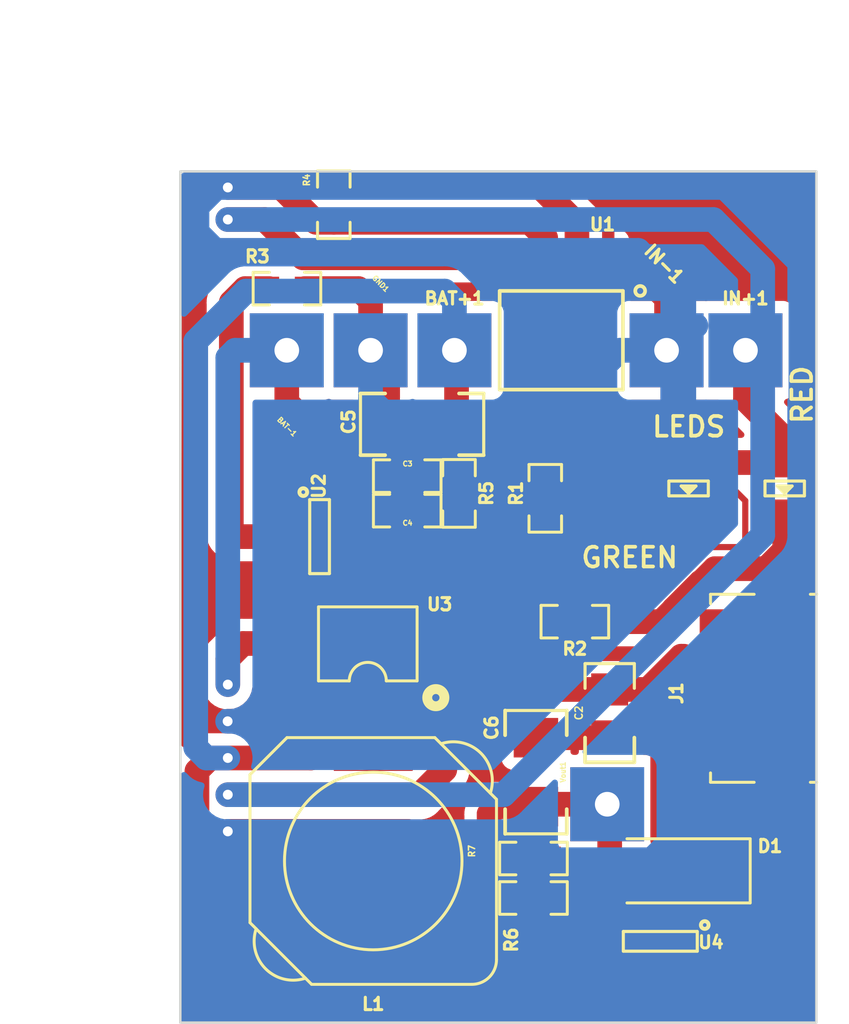
<source format=kicad_pcb>
(kicad_pcb (version 20221018) (generator pcbnew)
  (layers (0 "F.Cu" signal) (31 "B.Cu" signal) (34 "B.Paste" user) (35 "F.Paste" user) (36 "B.SilkS" user "B.Silkscreen") (37 "F.SilkS" user "F.Silkscreen") (38 "B.Mask" user) (39 "F.Mask" user) (44 "Edge.Cuts" user))
  (net 0 "")
  (net 1 "/OUT_BAT")
  (net 2 "Net-(U2-GND)")
  (net 3 "Net-(J1-GND)")
  (net 4 "GND")
  (net 5 "Net-(D1-K)")
  (net 6 "Net-(D1-A)")
  (net 10 "Net-(LED1-K)")
  (net 11 "Net-(LED2-K)")
  (net 12 "Net-(U1-STDBY)")
  (net 13 "Net-(U1-CHRG)")
  (net 14 "Net-(U2-CS)")
  (net 15 "Net-(U1-PROG)")
  (net 16 "Net-(U2-VCC)")
  (net 17 "Net-(U4-FB)")
  (net 18 "Net-(U2-OD)")
  (net 19 "/5")
  (footprint "MacroLib:DO-214AB" (layer "F.Cu") (at 115.592858 67.3 180)
    (fp_text reference "D1" (at -4.5 1) (layer "F.SilkS") (effects (font (size 0.5 0.5) (thickness 0.125))))
    (fp_text value "Ss34" hide)
    (fp_line (start -3.7 -1.3) (end 1.3 -1.3) (stroke (width 0.12)) (layer "F.SilkS"))
    (fp_line (start -3.7 1.3) (end -3.7 -1.3) (stroke (width 0.12)) (layer "F.SilkS"))
    (fp_line (start 1.3 1.3) (end -3.7 1.3) (stroke (width 0.12)) (layer "F.SilkS"))
    (pad "1" smd rect (at -2 0 180) (size 2.5 1.62) (layers "F.Cu" "F.Paste" "F.Mask") (net 6 "Net-(D1-A)"))
    (pad "2" smd rect (at 2 0 180) (size 2.5 1.62) (layers "F.Cu" "F.Paste" "F.Mask") (net 5 "Net-(D1-K)"))
  )
  (footprint "MacroLib:CDRH104R" (layer "F.Cu") (at 104 66.9)
    (fp_text reference "L1" (at 0 5.8) (layer "F.SilkS") (effects (font (size 0.5 0.5) (thickness 0.125))))
    (fp_text value "22uH" hide)
    (fp_line (start -5 -3.5) (end -5 2.5) (stroke (width 0.12)) (layer "F.SilkS"))
    (fp_line (start -5 -3.5) (end -3.5 -5) (stroke (width 0.12)) (layer "F.SilkS"))
    (fp_line (start -5 2.5) (end -2.5 5) (stroke (width 0.12)) (layer "F.SilkS"))
    (fp_line (start -2.5 5) (end 4 5) (stroke (width 0.12)) (layer "F.SilkS"))
    (fp_line (start 2.5 -5) (end -3.5 -5) (stroke (width 0.12)) (layer "F.SilkS"))
    (fp_line (start 2.5 -5) (end 5 -2.5) (stroke (width 0.12)) (layer "F.SilkS"))
    (fp_line (start 5 4) (end 5 -2.5) (stroke (width 0.12)) (layer "F.SilkS"))
    (fp_arc (start -2.75 4.75) (mid -4.368034 4.368034) (end -4.75 2.75) (stroke (width 0.12)) (layer "F.SilkS"))
    (fp_arc (start 2.75 -4.75) (mid 4.368034 -4.368034) (end 4.75 -2.75) (stroke (width 0.12)) (layer "F.SilkS"))
    (fp_arc (start 5 4) (mid 4.707107 4.707107) (end 4 5) (stroke (width 0.12)) (layer "F.SilkS"))
    (fp_circle (center 0 0) (end -0.05 3.6) (stroke (width 0.12)) (fill none) (layer "F.SilkS"))
    (pad "1" smd rect (at 0 -4.45) (size 3.2 1.6) (layers "F.Cu" "F.Paste" "F.Mask") (net 1 "/OUT_BAT"))
    (pad "2" smd rect (at 0 4.45) (size 3.2 1.6) (layers "F.Cu" "F.Paste" "F.Mask") (net 6 "Net-(D1-A)"))
  )
  (footprint "MacroLib:R_0603" (layer "F.Cu") (at 110.979132 52.2 90)
    (fp_text reference "R1" (at 0.2 -1.186274 90) (layer "F.SilkS") (effects (font (size 0.5 0.5) (thickness 0.125))))
    (fp_text value "1K" hide)
    (fp_line (start -1.3716 -0.6604) (end -1.3716 0.6604) (stroke (width 0.12)) (layer "F.SilkS"))
    (fp_line (start -1.3716 0.6604) (end -0.7112 0.6604) (stroke (width 0.12)) (layer "F.SilkS"))
    (fp_line (start -0.7112 -0.6604) (end -1.3716 -0.6604) (stroke (width 0.12)) (layer "F.SilkS"))
    (fp_line (start 0.7112 0.6604) (end 1.3716 0.6604) (stroke (width 0.12)) (layer "F.SilkS"))
    (fp_line (start 1.3716 -0.6604) (end 0.7112 -0.6604) (stroke (width 0.12)) (layer "F.SilkS"))
    (fp_line (start 1.3716 0.6604) (end 1.3716 -0.6604) (stroke (width 0.12)) (layer "F.SilkS"))
    (pad "1" smd rect (at -0.7112 0 90) (size 0.7874 0.9652) (layers "F.Cu" "F.Paste" "F.Mask") (net 10 "Net-(LED1-K)"))
    (pad "2" smd rect (at 0.7112 0 90) (size 0.7874 0.9652) (layers "F.Cu" "F.Paste" "F.Mask") (net 12 "Net-(U1-STDBY)"))
  )
  (footprint "MacroLib:ESOP-8" (layer "F.Cu") (at 111.629132 45.7935 180)
    (fp_text reference "U1" (at -1.670868 4.6935 180) (layer "F.SilkS") (effects (font (size 0.5 0.5) (thickness 0.125))))
    (fp_text value "TP4056" hide)
    (fp_line (start -2.5 -2) (end -2.5 2) (stroke (width 0.15)) (layer "F.SilkS"))
    (fp_line (start -2.5 2) (end 2.5 2) (stroke (width 0.15)) (layer "F.SilkS"))
    (fp_line (start 2.5 -2) (end -2.5 -2) (stroke (width 0.15)) (layer "F.SilkS"))
    (fp_line (start 2.5 -2) (end 2.5 2) (stroke (width 0.15)) (layer "F.SilkS"))
    (fp_circle (center -3.2 2) (end -3 2) (stroke (width 0.15)) (fill none) (layer "F.SilkS"))
    (pad "" smd rect (at 0 0 180) (size 3.302 2.413) (layers "F.Cu" "F.Paste" "F.Mask"))
    (pad "1" smd rect (at -1.905 3 180) (size 0.7112 2) (layers "F.Cu" "F.Paste" "F.Mask") (net 4 "GND"))
    (pad "2" smd rect (at -0.635 3 180) (size 0.7112 2) (layers "F.Cu" "F.Paste" "F.Mask") (net 15 "Net-(U1-PROG)"))
    (pad "3" smd rect (at 0.635 3 180) (size 0.7112 2) (layers "F.Cu" "F.Paste" "F.Mask") (net 4 "GND"))
    (pad "4" smd rect (at 1.905 3 180) (size 0.7112 2) (layers "F.Cu" "F.Paste" "F.Mask") (net 3 "Net-(J1-GND)"))
    (pad "5" smd rect (at 1.905 -3) (size 0.7112 2) (layers "F.Cu" "F.Paste" "F.Mask") (net 1 "/OUT_BAT"))
    (pad "6" smd rect (at 0.635 -3) (size 0.7112 2) (layers "F.Cu" "F.Paste" "F.Mask") (net 12 "Net-(U1-STDBY)"))
    (pad "7" smd rect (at -0.635 -3) (size 0.7112 2) (layers "F.Cu" "F.Paste" "F.Mask") (net 13 "Net-(U1-CHRG)"))
    (pad "8" smd rect (at -1.905 -3) (size 0.7112 2) (layers "F.Cu" "F.Paste" "F.Mask") (net 3 "Net-(J1-GND)"))
  )
  (footprint "MacroLib:Clable" (layer "F.Cu") (at 107.292858 46.2)
    (fp_text reference "BAT+1" (at 0.007142 -2.1) (layer "F.SilkS") (effects (font (size 0.5 0.5) (thickness 0.125))))
    (fp_text value "MountingHole_Pad" hide)
    (pad "1" thru_hole rect (at 0 0) (size 3 3) (drill 1) (layers "*.Cu" "*.Mask") (net 1 "/OUT_BAT"))
  )
  (footprint "MacroLib:R_0603" (layer "F.Cu") (at 112.179132 57.2 180)
    (fp_text reference "R2" (at 0 -1.1) (layer "F.SilkS") (effects (font (size 0.5 0.5) (thickness 0.125))))
    (fp_text value "1K	" hide)
    (fp_line (start -1.3716 -0.6604) (end -1.3716 0.6604) (stroke (width 0.12)) (layer "F.SilkS"))
    (fp_line (start -1.3716 0.6604) (end -0.7112 0.6604) (stroke (width 0.12)) (layer "F.SilkS"))
    (fp_line (start -0.7112 -0.6604) (end -1.3716 -0.6604) (stroke (width 0.12)) (layer "F.SilkS"))
    (fp_line (start 0.7112 0.6604) (end 1.3716 0.6604) (stroke (width 0.12)) (layer "F.SilkS"))
    (fp_line (start 1.3716 -0.6604) (end 0.7112 -0.6604) (stroke (width 0.12)) (layer "F.SilkS"))
    (fp_line (start 1.3716 0.6604) (end 1.3716 -0.6604) (stroke (width 0.12)) (layer "F.SilkS"))
    (pad "1" smd rect (at -0.7112 0 180) (size 0.7874 0.9652) (layers "F.Cu" "F.Paste" "F.Mask") (net 11 "Net-(LED2-K)"))
    (pad "2" smd rect (at 0.7112 0 180) (size 0.7874 0.9652) (layers "F.Cu" "F.Paste" "F.Mask") (net 13 "Net-(U1-CHRG)"))
  )
  (footprint "MacroLib:SOT-23-6" (layer "F.Cu") (at 115.645358 70.15664 180)
    (fp_text reference "U4" (at -2.054642 -0.04336) (layer "F.SilkS") (effects (font (size 0.5 0.5) (thickness 0.12))))
    (fp_text value "MT3608" hide)
    (fp_line (start -1.5 -0.4) (end 1.4972 -0.4) (stroke (width 0.127)) (layer "F.SilkS"))
    (fp_line (start -1.5 0.4) (end -1.5 -0.4) (stroke (width 0.127)) (layer "F.SilkS"))
    (fp_line (start 1.5 -0.4) (end 1.5 0.4) (stroke (width 0.127)) (layer "F.SilkS"))
    (fp_line (start 1.5 0.4) (end -1.4972 0.4) (stroke (width 0.127)) (layer "F.SilkS"))
    (fp_circle (center -1.8034 0.6604) (end -1.7272 0.6604) (stroke (width 0.16)) (fill none) (layer "F.SilkS"))
    (pad "1" smd rect (at -0.9525 1.05664 180) (size 0.59944 1.00076) (layers "F.Cu" "F.Paste" "F.Mask") (net 6 "Net-(D1-A)"))
    (pad "2" smd rect (at 0 1.05664 180) (size 0.59944 1.00076) (layers "F.Cu" "F.Paste" "F.Mask") (net 4 "GND"))
    (pad "3" smd rect (at 0.9525 1.05664 180) (size 0.59944 1.00076) (layers "F.Cu" "F.Paste" "F.Mask") (net 17 "Net-(U4-FB)"))
    (pad "4" smd rect (at 0.9525 -1.05664 180) (size 0.59944 1.00076) (layers "F.Cu" "F.Paste" "F.Mask") (net 1 "/OUT_BAT"))
    (pad "5" smd rect (at -0.0127 -1.05664 180) (size 0.59944 1.00076) (layers "F.Cu" "F.Paste" "F.Mask") (net 1 "/OUT_BAT"))
    (pad "6" smd rect (at -0.9525 -1.05664 180) (size 0.59944 1.00076) (layers "F.Cu" "F.Paste" "F.Mask"))
  )
  (footprint "MacroLib:Clable" (layer "F.Cu") (at 100.492858 46.2)
    (fp_text reference "BAT-1" (at 0.007142 3.1 315) (layer "F.SilkS") (effects (font (size 0.2 0.2) (thickness 0.05))))
    (fp_text value "MountingHole_Pad" hide)
    (pad "1" thru_hole rect (at 0 0) (size 3 3) (drill 1) (layers "*.Cu" "*.Mask") (net 2 "Net-(U2-GND)"))
  )
  (footprint "MacroLib:R_0603" (layer "F.Cu") (at 102.4 40.3 -90)
    (fp_text reference "R4" (at -1 1.1 90) (layer "F.SilkS") (effects (font (size 0.25 0.25) (thickness 0.0625))))
    (fp_text value "2K" hide)
    (fp_line (start -1.3716 -0.6604) (end -1.3716 0.6604) (stroke (width 0.12)) (layer "F.SilkS"))
    (fp_line (start -1.3716 0.6604) (end -0.7112 0.6604) (stroke (width 0.12)) (layer "F.SilkS"))
    (fp_line (start -0.7112 -0.6604) (end -1.3716 -0.6604) (stroke (width 0.12)) (layer "F.SilkS"))
    (fp_line (start 0.7112 0.6604) (end 1.3716 0.6604) (stroke (width 0.12)) (layer "F.SilkS"))
    (fp_line (start 1.3716 -0.6604) (end 0.7112 -0.6604) (stroke (width 0.12)) (layer "F.SilkS"))
    (fp_line (start 1.3716 0.6604) (end 1.3716 -0.6604) (stroke (width 0.12)) (layer "F.SilkS"))
    (pad "1" smd rect (at -0.7112 0 270) (size 0.7874 0.9652) (layers "F.Cu" "F.Paste" "F.Mask") (net 15 "Net-(U1-PROG)"))
    (pad "2" smd rect (at 0.7112 0 270) (size 0.7874 0.9652) (layers "F.Cu" "F.Paste" "F.Mask") (net 4 "GND"))
  )
  (footprint "MacroLib:R_0603" (layer "F.Cu") (at 110.5 68.4 180)
    (fp_text reference "R6" (at 0.9 -1.7 90) (layer "F.SilkS") (effects (font (size 0.5 0.5) (thickness 0.125))))
    (fp_text value "1K" hide)
    (fp_line (start -1.3716 -0.6604) (end -1.3716 0.6604) (stroke (width 0.12)) (layer "F.SilkS"))
    (fp_line (start -1.3716 0.6604) (end -0.7112 0.6604) (stroke (width 0.12)) (layer "F.SilkS"))
    (fp_line (start -0.7112 -0.6604) (end -1.3716 -0.6604) (stroke (width 0.12)) (layer "F.SilkS"))
    (fp_line (start 0.7112 0.6604) (end 1.3716 0.6604) (stroke (width 0.12)) (layer "F.SilkS"))
    (fp_line (start 1.3716 -0.6604) (end 0.7112 -0.6604) (stroke (width 0.12)) (layer "F.SilkS"))
    (fp_line (start 1.3716 0.6604) (end 1.3716 -0.6604) (stroke (width 0.12)) (layer "F.SilkS"))
    (pad "1" smd rect (at -0.7112 0 180) (size 0.7874 0.9652) (layers "F.Cu" "F.Paste" "F.Mask") (net 17 "Net-(U4-FB)"))
    (pad "2" smd rect (at 0.7112 0 180) (size 0.7874 0.9652) (layers "F.Cu" "F.Paste" "F.Mask") (net 4 "GND"))
  )
  (footprint "MacroLib:TSSOP-8" (layer "F.Cu") (at 103.779132 58.1 90)
    (fp_text reference "U3" (at 1.6 2.913726) (layer "F.SilkS") (effects (font (size 0.5 0.5) (thickness 0.125))))
    (fp_text value "FS8205A" hide)
    (fp_line (start -1.5 -2) (end 1.5 -2) (stroke (width 0.12)) (layer "F.SilkS"))
    (fp_line (start -1.5 -0.75) (end -1.5 -2) (stroke (width 0.12)) (layer "F.SilkS"))
    (fp_line (start -1.5 0.75) (end -1.5 2) (stroke (width 0.12)) (layer "F.SilkS"))
    (fp_line (start 1.5 -2) (end 1.5 2) (stroke (width 0.12)) (layer "F.SilkS"))
    (fp_line (start 1.5 2) (end -1.5 2) (stroke (width 0.12)) (layer "F.SilkS"))
    (fp_arc (start -1.5 -0.75) (mid -0.75 0) (end -1.5 0.75) (stroke (width 0.12)) (layer "F.SilkS"))
    (fp_circle (center -2.18 2.76) (end -2.031339 2.76) (stroke (width 0.4)) (fill none) (layer "F.SilkS"))
    (pad "1" smd rect (at -0.975 2.97 90) (size 0.42 1.78) (layers "F.Cu" "F.Paste" "F.Mask"))
    (pad "2" smd rect (at -0.325 2.97 90) (size 0.42 1.78) (layers "F.Cu" "F.Paste" "F.Mask") (net 4 "GND"))
    (pad "3" smd rect (at 0.325 2.97 90) (size 0.42 1.78) (layers "F.Cu" "F.Paste" "F.Mask") (net 4 "GND"))
    (pad "4" smd rect (at 0.975 2.97 90) (size 0.42 1.78) (layers "F.Cu" "F.Paste" "F.Mask") (net 18 "Net-(U2-OD)"))
    (pad "5" smd rect (at 0.975 -2.97 90) (size 0.42 1.78) (layers "F.Cu" "F.Paste" "F.Mask") (net 19 "/5"))
    (pad "6" smd rect (at 0.325 -2.97 90) (size 0.42 1.78) (layers "F.Cu" "F.Paste" "F.Mask") (net 2 "Net-(U2-GND)"))
    (pad "7" smd rect (at -0.325 -2.97 90) (size 0.42 1.78) (layers "F.Cu" "F.Paste" "F.Mask") (net 2 "Net-(U2-GND)"))
    (pad "8" smd rect (at -0.975 -2.97 90) (size 0.42 1.78) (layers "F.Cu" "F.Paste" "F.Mask"))
  )
  (footprint "MacroLib:SOT-23-6" (layer "F.Cu") (at 101.822492 53.7525 -90)
    (fp_text reference "U2" (at -2.0525 0.029634 90) (layer "F.SilkS") (effects (font (size 0.5 0.5) (thickness 0.12))))
    (fp_text value "DW01A")
    (fp_line (start -1.5 -0.4) (end 1.4972 -0.4) (stroke (width 0.127)) (layer "F.SilkS"))
    (fp_line (start -1.5 0.4) (end -1.5 -0.4) (stroke (width 0.127)) (layer "F.SilkS"))
    (fp_line (start 1.5 -0.4) (end 1.5 0.4) (stroke (width 0.127)) (layer "F.SilkS"))
    (fp_line (start 1.5 0.4) (end -1.4972 0.4) (stroke (width 0.127)) (layer "F.SilkS"))
    (fp_circle (center -1.8034 0.6604) (end -1.7272 0.6604) (stroke (width 0.16)) (fill none) (layer "F.SilkS"))
    (pad "1" smd rect (at -0.9525 1.05664 270) (size 0.59944 1.00076) (layers "F.Cu" "F.Paste" "F.Mask") (net 18 "Net-(U2-OD)"))
    (pad "2" smd rect (at 0 1.05664 270) (size 0.59944 1.00076) (layers "F.Cu" "F.Paste" "F.Mask") (net 14 "Net-(U2-CS)"))
    (pad "3" smd rect (at 0.9525 1.05664 270) (size 0.59944 1.00076) (layers "F.Cu" "F.Paste" "F.Mask") (net 19 "/5"))
    (pad "4" smd rect (at 0.9525 -1.05664 270) (size 0.59944 1.00076) (layers "F.Cu" "F.Paste" "F.Mask"))
    (pad "5" smd rect (at -0.0127 -1.05664 270) (size 0.59944 1.00076) (layers "F.Cu" "F.Paste" "F.Mask") (net 16 "Net-(U2-VCC)"))
    (pad "6" smd rect (at -0.9525 -1.05664 270) (size 0.59944 1.00076) (layers "F.Cu" "F.Paste" "F.Mask") (net 2 "Net-(U2-GND)"))
  )
  (footprint "MacroLib:C_0603" (layer "F.Cu") (at 105.379132 52.7 180)
    (fp_text reference "C4" (at -0.013726 -0.5) (layer "F.SilkS") (effects (font (size 0.2 0.2) (thickness 0.05))))
    (fp_text value "100nF" hide)
    (fp_line (start -1.3716 -0.6604) (end -1.3716 0.6604) (stroke (width 0.12)) (layer "F.SilkS"))
    (fp_line (start -1.3716 0.6604) (end -0.7112 0.6604) (stroke (width 0.12)) (layer "F.SilkS"))
    (fp_line (start -0.7112 -0.6604) (end -1.3716 -0.6604) (stroke (width 0.12)) (layer "F.SilkS"))
    (fp_line (start 0.7112 0.6604) (end 1.3716 0.6604) (stroke (width 0.12)) (layer "F.SilkS"))
    (fp_line (start 1.3716 -0.6604) (end 0.7112 -0.6604) (stroke (width 0.12)) (layer "F.SilkS"))
    (fp_line (start 1.3716 0.6604) (end 1.3716 -0.6604) (stroke (width 0.12)) (layer "F.SilkS"))
    (pad "1" smd rect (at -0.7112 0 180) (size 0.7874 0.9652) (layers "F.Cu" "F.Paste" "F.Mask") (net 1 "/OUT_BAT"))
    (pad "2" smd rect (at 0.7112 0 180) (size 0.7874 0.9652) (layers "F.Cu" "F.Paste" "F.Mask") (net 2 "Net-(U2-GND)"))
  )
  (footprint "EESTN5:Led_0805" (layer "F.Cu") (at 116.792858 51.8 -90)
    (fp_text reference "LEDS" (at -2.5 -0.007142 -180) (layer "F.SilkS") (effects (font (size 0.8001 0.8001) (thickness 0.14986))))
    (fp_text value "GREEN" (at 2.8 2.392858) (layer "F.SilkS") (effects (font (size 0.8001 0.8001) (thickness 0.14986))))
    (fp_line (start -0.3 -0.8) (end 0.3 -0.8) (stroke (width 0.127)) (layer "F.SilkS"))
    (fp_line (start -0.29972 -0.8001) (end -0.29972 0.8001) (stroke (width 0.127)) (layer "F.SilkS"))
    (fp_line (start -0.09906 -0.29972) (end -0.09906 0.29972) (stroke (width 0.127)) (layer "F.SilkS"))
    (fp_line (start -0.09906 0.29972) (end 0.20066 0) (stroke (width 0.127)) (layer "F.SilkS"))
    (fp_line (start 0 -0.20066) (end 0 0.20066) (stroke (width 0.127)) (layer "F.SilkS"))
    (fp_line (start 0.09906 0.09906) (end 0.09906 -0.09906) (stroke (width 0.127)) (layer "F.SilkS"))
    (fp_line (start 0.20066 0) (end -0.09906 -0.29972) (stroke (width 0.127)) (layer "F.SilkS"))
    (fp_line (start 0.29972 0.8001) (end 0.29972 -0.8001) (stroke (width 0.127)) (layer "F.SilkS"))
    (fp_line (start 0.3 0.8) (end -0.3 0.8) (stroke (width 0.127)) (layer "F.SilkS"))
    (pad "1" smd rect (at -1.04902 0 270) (size 1.19888 1.19888) (layers "F.Cu" "F.Paste" "F.Mask") (net 3 "Net-(J1-GND)"))
    (pad "2" smd rect (at 1.04902 0 270) (size 1.19888 1.19888) (layers "F.Cu" "F.Paste" "F.Mask") (net 10 "Net-(LED1-K)"))
  )
  (footprint "MacroLib:R_0603" (layer "F.Cu") (at 110.5 66.8)
    (fp_text reference "R7" (at -2.5 -0.3 90) (layer "F.SilkS") (effects (font (size 0.25 0.25) (thickness 0.0625))))
    (fp_text value "Rset" hide)
    (fp_line (start -1.3716 -0.6604) (end -1.3716 0.6604) (stroke (width 0.12)) (layer "F.SilkS"))
    (fp_line (start -1.3716 0.6604) (end -0.7112 0.6604) (stroke (width 0.12)) (layer "F.SilkS"))
    (fp_line (start -0.7112 -0.6604) (end -1.3716 -0.6604) (stroke (width 0.12)) (layer "F.SilkS"))
    (fp_line (start 0.7112 0.6604) (end 1.3716 0.6604) (stroke (width 0.12)) (layer "F.SilkS"))
    (fp_line (start 1.3716 -0.6604) (end 0.7112 -0.6604) (stroke (width 0.12)) (layer "F.SilkS"))
    (fp_line (start 1.3716 0.6604) (end 1.3716 -0.6604) (stroke (width 0.12)) (layer "F.SilkS"))
    (pad "1" smd rect (at -0.7112 0) (size 0.7874 0.9652) (layers "F.Cu" "F.Paste" "F.Mask") (net 5 "Net-(D1-K)"))
    (pad "2" smd rect (at 0.7112 0) (size 0.7874 0.9652) (layers "F.Cu" "F.Paste" "F.Mask") (net 17 "Net-(U4-FB)"))
  )
  (footprint "MacroLib:R_0603" (layer "F.Cu") (at 107.479132 52 90)
    (fp_text reference "R5" (at 0 1.113726 90) (layer "F.SilkS") (effects (font (size 0.5 0.5) (thickness 0.125))))
    (fp_text value "100" hide)
    (fp_line (start -1.3716 -0.6604) (end -1.3716 0.6604) (stroke (width 0.12)) (layer "F.SilkS"))
    (fp_line (start -1.3716 0.6604) (end -0.7112 0.6604) (stroke (width 0.12)) (layer "F.SilkS"))
    (fp_line (start -0.7112 -0.6604) (end -1.3716 -0.6604) (stroke (width 0.12)) (layer "F.SilkS"))
    (fp_line (start 0.7112 0.6604) (end 1.3716 0.6604) (stroke (width 0.12)) (layer "F.SilkS"))
    (fp_line (start 1.3716 -0.6604) (end 0.7112 -0.6604) (stroke (width 0.12)) (layer "F.SilkS"))
    (fp_line (start 1.3716 0.6604) (end 1.3716 -0.6604) (stroke (width 0.12)) (layer "F.SilkS"))
    (pad "1" smd rect (at -0.7112 0 90) (size 0.7874 0.9652) (layers "F.Cu" "F.Paste" "F.Mask") (net 16 "Net-(U2-VCC)"))
    (pad "2" smd rect (at 0.7112 0 90) (size 0.7874 0.9652) (layers "F.Cu" "F.Paste" "F.Mask") (net 1 "/OUT_BAT"))
  )
  (footprint "MacroLib:C_0603" (layer "F.Cu") (at 105.379132 51.3 180)
    (fp_text reference "C3" (at -0.013726 0.5) (layer "F.SilkS") (effects (font (size 0.2 0.2) (thickness 0.05))))
    (fp_text value "10uF" hide)
    (fp_line (start -1.3716 -0.6604) (end -1.3716 0.6604) (stroke (width 0.12)) (layer "F.SilkS"))
    (fp_line (start -1.3716 0.6604) (end -0.7112 0.6604) (stroke (width 0.12)) (layer "F.SilkS"))
    (fp_line (start -0.7112 -0.6604) (end -1.3716 -0.6604) (stroke (width 0.12)) (layer "F.SilkS"))
    (fp_line (start 0.7112 0.6604) (end 1.3716 0.6604) (stroke (width 0.12)) (layer "F.SilkS"))
    (fp_line (start 1.3716 -0.6604) (end 0.7112 -0.6604) (stroke (width 0.12)) (layer "F.SilkS"))
    (fp_line (start 1.3716 0.6604) (end 1.3716 -0.6604) (stroke (width 0.12)) (layer "F.SilkS"))
    (pad "1" smd rect (at -0.7112 0 180) (size 0.7874 0.9652) (layers "F.Cu" "F.Paste" "F.Mask") (net 1 "/OUT_BAT"))
    (pad "2" smd rect (at 0.7112 0 180) (size 0.7874 0.9652) (layers "F.Cu" "F.Paste" "F.Mask") (net 4 "GND"))
  )
  (footprint "EESTN5:C_1206" (layer "F.Cu") (at 110.6 63.3 -90)
    (fp_text reference "C6" (at -1.8 1.8 -90) (layer "F.SilkS") (effects (font (size 0.5 0.5) (thickness 0.125))))
    (fp_text value "22uF" hide)
    (fp_line (start -2.5 -1.25) (end -2.5 1.25) (stroke (width 0.127)) (layer "F.SilkS"))
    (fp_line (start -1.5 -1.25) (end -2.5 -1.25) (stroke (width 0.15)) (layer "F.SilkS"))
    (fp_line (start -1.5 1.25) (end -2.5 1.25) (stroke (width 0.15)) (layer "F.SilkS"))
    (fp_line (start 1.5 -1.25) (end 2.5 -1.25) (stroke (width 0.15)) (layer "F.SilkS"))
    (fp_line (start 1.5 1.25) (end 2.5 1.25) (stroke (width 0.15)) (layer "F.SilkS"))
    (fp_line (start 2.5 1.25) (end 2.5 -1.25) (stroke (width 0.127)) (layer "F.SilkS"))
    (pad "1" smd rect (at 1.397 0 270) (size 1.6002 1.8034) (layers "F.Cu" "F.Paste" "F.Mask") (net 5 "Net-(D1-K)"))
    (pad "2" smd rect (at -1.397 0 270) (size 1.6002 1.8034) (layers "F.Cu" "F.Paste" "F.Mask") (net 4 "GND"))
  )
  (footprint "MacroLib:Clable" (layer "F.Cu") (at 115.9 46.2)
    (fp_text reference "IN-1" (at -0.1 -3.5 315) (layer "F.SilkS") (effects (font (size 0.5 0.5) (thickness 0.125))))
    (fp_text value "MountingHole_Pad" hide)
    (pad "1" thru_hole rect (at 0 0) (size 3 3) (drill 1) (layers "*.Cu" "*.Mask") (net 4 "GND"))
  )
  (footprint "MacroLib:Clable" (layer "F.Cu") (at 113.492858 64.6)
    (fp_text reference "Vout1" (at -1.792858 -1.3 90) (layer "F.SilkS") (effects (font (size 0.2 0.2) (thickness 0.05))))
    (fp_text value "MountingHole_Pad" hide)
    (pad "1" thru_hole rect (at 0 0) (size 3 3) (drill 1) (layers "*.Cu" "*.Mask") (net 5 "Net-(D1-K)"))
  )
  (footprint "EESTN5:C_0805" (layer "F.Cu") (at 113.592858 60.9 90)
    (fp_text reference "C2" (at 0 -1.25 90) (layer "F.SilkS") (effects (font (size 0.29972 0.29972) (thickness 0.06096))))
    (fp_text value "10uF" hide)
    (fp_line (start -2 -1) (end -2 1) (stroke (width 0.15)) (layer "F.SilkS"))
    (fp_line (start -2 1) (end -1 1) (stroke (width 0.15)) (layer "F.SilkS"))
    (fp_line (start -1 -1) (end -2 -1) (stroke (width 0.15)) (layer "F.SilkS"))
    (fp_line (start 1 -1) (end 2 -1) (stroke (width 0.127)) (layer "F.SilkS"))
    (fp_line (start 2 -1) (end 2 1) (stroke (width 0.127)) (layer "F.SilkS"))
    (fp_line (start 2 1) (end 1 1) (stroke (width 0.127)) (layer "F.SilkS"))
    (pad "1" smd rect (at 0.9525 0 90) (size 1.30048 1.4986) (layers "F.Cu" "F.Paste" "F.Mask") (net 3 "Net-(J1-GND)"))
    (pad "2" smd rect (at -0.9525 0 90) (size 1.30048 1.4986) (layers "F.Cu" "F.Paste" "F.Mask") (net 4 "GND"))
  )
  (footprint "MacroLib:R_0603" (layer "F.Cu") (at 100.5 43.7)
    (fp_text reference "R3" (at -1.2 -1.3) (layer "F.SilkS") (effects (font (size 0.5 0.5) (thickness 0.125))))
    (fp_text value "1K" hide)
    (fp_line (start -1.3716 -0.6604) (end -1.3716 0.6604) (stroke (width 0.12)) (layer "F.SilkS"))
    (fp_line (start -1.3716 0.6604) (end -0.7112 0.6604) (stroke (width 0.12)) (layer "F.SilkS"))
    (fp_line (start -0.7112 -0.6604) (end -1.3716 -0.6604) (stroke (width 0.12)) (layer "F.SilkS"))
    (fp_line (start 0.7112 0.6604) (end 1.3716 0.6604) (stroke (width 0.12)) (layer "F.SilkS"))
    (fp_line (start 1.3716 -0.6604) (end 0.7112 -0.6604) (stroke (width 0.12)) (layer "F.SilkS"))
    (fp_line (start 1.3716 0.6604) (end 1.3716 -0.6604) (stroke (width 0.12)) (layer "F.SilkS"))
    (pad "1" smd rect (at -0.7112 0) (size 0.7874 0.9652) (layers "F.Cu" "F.Paste" "F.Mask") (net 14 "Net-(U2-CS)"))
    (pad "2" smd rect (at 0.7112 0) (size 0.7874 0.9652) (layers "F.Cu" "F.Paste" "F.Mask") (net 4 "GND"))
  )
  (footprint "MacroLib:Clable" (layer "F.Cu") (at 119.1 46.2)
    (fp_text reference "IN+1" (at 0 -2.1) (layer "F.SilkS") (effects (font (size 0.5 0.5) (thickness 0.125))))
    (fp_text value "MountingHole_Pad" hide)
    (pad "1" thru_hole rect (at 0 0) (size 3 3) (drill 1) (layers "*.Cu" "*.Mask") (net 3 "Net-(J1-GND)"))
  )
  (footprint "MacroLib:Clable" (layer "F.Cu") (at 103.892858 46.2)
    (fp_text reference "GND1" (at 0.407142 -2.7 315) (layer "F.SilkS") (effects (font (size 0.2 0.2) (thickness 0.05))))
    (fp_text value "MountingHole_Pad" hide)
    (pad "1" thru_hole rect (at 0 0) (size 3 3) (drill 1) (layers "*.Cu" "*.Mask") (net 4 "GND"))
  )
  (footprint "EESTN5:Led_0805" (layer "F.Cu") (at 120.692858 51.8 -90)
    (fp_text reference "LED2" hide)
    (fp_text value "RED" (at -3.8 -0.707142 90) (layer "F.SilkS") (effects (font (size 0.8001 0.8001) (thickness 0.14986))))
    (fp_line (start -0.3 -0.8) (end 0.3 -0.8) (stroke (width 0.127)) (layer "F.SilkS"))
    (fp_line (start -0.29972 -0.8001) (end -0.29972 0.8001) (stroke (width 0.127)) (layer "F.SilkS"))
    (fp_line (start -0.09906 -0.29972) (end -0.09906 0.29972) (stroke (width 0.127)) (layer "F.SilkS"))
    (fp_line (start -0.09906 0.29972) (end 0.20066 0) (stroke (width 0.127)) (layer "F.SilkS"))
    (fp_line (start 0 -0.20066) (end 0 0.20066) (stroke (width 0.127)) (layer "F.SilkS"))
    (fp_line (start 0.09906 0.09906) (end 0.09906 -0.09906) (stroke (width 0.127)) (layer "F.SilkS"))
    (fp_line (start 0.20066 0) (end -0.09906 -0.29972) (stroke (width 0.127)) (layer "F.SilkS"))
    (fp_line (start 0.29972 0.8001) (end 0.29972 -0.8001) (stroke (width 0.127)) (layer "F.SilkS"))
    (fp_line (start 0.3 0.8) (end -0.3 0.8) (stroke (width 0.127)) (layer "F.SilkS"))
    (pad "1" smd rect (at -1.04902 0 270) (size 1.19888 1.19888) (layers "F.Cu" "F.Paste" "F.Mask") (net 3 "Net-(J1-GND)"))
    (pad "2" smd rect (at 1.04902 0 270) (size 1.19888 1.19888) (layers "F.Cu" "F.Paste" "F.Mask") (net 11 "Net-(LED2-K)"))
  )
  (footprint "MacroLib:USB_Micro-B" (layer "F.Cu") (at 120.592858 59.9 90)
    (fp_text reference "J1" (at -0.2 -4.292858 90) (layer "F.SilkS") (effects (font (size 0.5 0.5) (thickness 0.125))))
    (fp_text value "USB_B" hide)
    (fp_line (start -3.81 -2.91) (end -3.43 -2.91) (stroke (width 0.12)) (layer "F.SilkS"))
    (fp_line (start -3.81 -1.14) (end -3.81 -2.91) (stroke (width 0.12)) (layer "F.SilkS"))
    (fp_line (start -3.81 1.4) (end -3.81 1.14) (stroke (width 0.12)) (layer "F.SilkS"))
    (fp_line (start 3.81 -2.91) (end 3.43 -2.91) (stroke (width 0.12)) (layer "F.SilkS"))
    (fp_line (start 3.81 -2.91) (end 3.81 -1.14) (stroke (width 0.12)) (layer "F.SilkS"))
    (fp_line (start 3.81 1.14) (end 3.81 1.4) (stroke (width 0.12)) (layer "F.SilkS"))
    (pad "" smd rect (at -2.91 0 90) (size 2.375 1.9) (layers "F.Cu" "F.Paste" "F.Mask"))
    (pad "" smd rect (at -2.4625 -2.3 90) (size 1.475 2.1) (layers "F.Cu" "F.Paste" "F.Mask"))
    (pad "" smd rect (at -0.84 0 90) (size 1.175 1.9) (layers "F.Cu" "F.Paste" "F.Mask"))
    (pad "" smd rect (at 0.84 0 90) (size 1.175 1.9) (layers "F.Cu" "F.Paste" "F.Mask"))
    (pad "" smd rect (at 2.4625 -2.3 90) (size 1.475 2.1) (layers "F.Cu" "F.Paste" "F.Mask"))
    (pad "" smd rect (at 2.91 0 90) (size 2.375 1.9) (layers "F.Cu" "F.Paste" "F.Mask"))
    (pad "1" smd rect (at -1.3 -2.66 90) (size 0.45 1.38) (layers "F.Cu" "F.Paste" "F.Mask") (net 4 "GND"))
    (pad "2" smd rect (at -0.65 -2.66 90) (size 0.45 1.38) (layers "F.Cu" "F.Paste" "F.Mask"))
    (pad "3" smd rect (at 0 -2.66 90) (size 0.45 1.38) (layers "F.Cu" "F.Paste" "F.Mask"))
    (pad "4" smd rect (at 0.65 -2.66 90) (size 0.45 1.38) (layers "F.Cu" "F.Paste" "F.Mask"))
    (pad "5" smd rect (at 1.3 -2.66 90) (size 0.45 1.38) (layers "F.Cu" "F.Paste" "F.Mask") (net 3 "Net-(J1-GND)"))
  )
  (footprint "EESTN5:C_1206" (layer "F.Cu") (at 105.982132 49.2)
    (fp_text reference "C5" (at -2.982132 -0.1 90) (layer "F.SilkS") (effects (font (size 0.5 0.5) (thickness 0.125))))
    (fp_text value "22uF" hide)
    (fp_line (start -2.5 -1.25) (end -2.5 1.25) (stroke (width 0.127)) (layer "F.SilkS"))
    (fp_line (start -1.5 -1.25) (end -2.5 -1.25) (stroke (width 0.15)) (layer "F.SilkS"))
    (fp_line (start -1.5 1.25) (end -2.5 1.25) (stroke (width 0.15)) (layer "F.SilkS"))
    (fp_line (start 1.5 -1.25) (end 2.5 -1.25) (stroke (width 0.15)) (layer "F.SilkS"))
    (fp_line (start 1.5 1.25) (end 2.5 1.25) (stroke (width 0.15)) (layer "F.SilkS"))
    (fp_line (start 2.5 1.25) (end 2.5 -1.25) (stroke (width 0.127)) (layer "F.SilkS"))
    (pad "1" smd rect (at 1.397 0) (size 1.6002 1.8034) (layers "F.Cu" "F.Paste" "F.Mask") (net 1 "/OUT_BAT"))
    (pad "2" smd rect (at -1.397 0) (size 1.6002 1.8034) (layers "F.Cu" "F.Paste" "F.Mask") (net 4 "GND"))
  )
  (gr_rect (start 96.175 38.95) (end 121.975 73.45) (stroke (width 0.1)) (fill none) (layer "Edge.Cuts"))
  (segment (start 107.379132 45.713726) (end 107.492858 45.6) (width 1) (layer "F.Cu") (net 1))
  (segment (start 107.479132 51.2888) (end 107.479132 49.3) (width 1) (layer "F.Cu") (net 1))
  (segment (start 101.75 62.45) (end 101.475 62.725) (width 1) (layer "F.Cu") (net 1))
  (segment (start 96.85 68.65) (end 97.8 69.6) (width 1) (layer "F.Cu") (net 1))
  (segment (start 114.692858 71.21328) (end 115.548138 71.21328) (width 1) (layer "F.Cu") (net 1))
  (segment (start 106.090332 52.7) (end 106.090332 51.3) (width 1) (layer "F.Cu") (net 1))
  (segment (start 106.7 69.6) (end 108.31328 71.21328) (width 1) (layer "F.Cu") (net 1))
  (segment (start 107.379132 49.2) (end 107.379132 45.713726) (width 1) (layer "F.Cu") (net 1))
  (segment (start 108.31328 71.21328) (end 114.692858 71.21328) (width 1) (layer "F.Cu") (net 1))
  (segment (start 107.379132 49.2) (end 109.724132 49.2) (width 1) (layer "F.Cu") (net 1))
  (segment (start 101.475 62.725) (end 97.375 62.725) (width 1) (layer "F.Cu") (net 1))
  (segment (start 107.467932 51.3) (end 107.479132 51.2888) (width 1) (layer "F.Cu") (net 1))
  (segment (start 106.090332 51.3) (end 107.467932 51.3) (width 1) (layer "F.Cu") (net 1))
  (segment (start 114.679578 71.2) (end 114.692858 71.21328) (width 1) (layer "F.Cu") (net 1))
  (segment (start 104 62.45) (end 101.75 62.45) (width 1) (layer "F.Cu") (net 1))
  (segment (start 97.8 69.6) (end 106.7 69.6) (width 1) (layer "F.Cu") (net 1))
  (segment (start 97.375 62.725) (end 96.85 63.25) (width 1) (layer "F.Cu") (net 1))
  (segment (start 96.85 63.25) (end 96.85 68.65) (width 1) (layer "F.Cu") (net 1))
  (segment (start 107.479132 49.3) (end 107.379132 49.2) (width 1) (layer "F.Cu") (net 1))
  (via (at 98.1 62.725) (size 0.8) (drill 0.4) (layers "F.Cu" "B.Cu") (net 1))
  (segment (start 107.292858 44.192858) (end 107.292858 46.2) (width 1) (layer "B.Cu") (net 1))
  (segment (start 106.9 43.8) (end 107.292858 44.192858) (width 1) (layer "B.Cu") (net 1))
  (segment (start 98.1 62.725) (end 97.225 62.725) (width 1) (layer "B.Cu") (net 1))
  (segment (start 98.832198 43.8) (end 106.9 43.8) (width 1) (layer "B.Cu") (net 1))
  (segment (start 96.8 62.3) (end 96.8 45.832198) (width 1) (layer "B.Cu") (net 1))
  (segment (start 96.8 45.832198) (end 98.832198 43.8) (width 1) (layer "B.Cu") (net 1))
  (segment (start 97.225 62.725) (end 96.8 62.3) (width 1) (layer "B.Cu") (net 1))
  (segment (start 98.1 58.7) (end 98.715 58.085) (width 1) (layer "F.Cu") (net 2))
  (segment (start 100.809132 57.775) (end 100.809132 58.425) (width 0.25) (layer "F.Cu") (net 2))
  (segment (start 102.879132 50.7) (end 100.492858 48.313726) (width 1) (layer "F.Cu") (net 2))
  (segment (start 104.667932 52.7) (end 104.658012 52.69008) (width 1) (layer "F.Cu") (net 2))
  (segment (start 104.658012 52.69008) (end 102.879132 52.69008) (width 1) (layer "F.Cu") (net 2))
  (segment (start 100.492858 48.313726) (end 100.492858 46.2) (width 1) (layer "F.Cu") (net 2))
  (segment (start 102.879132 52.69008) (end 102.879132 50.7) (width 1) (layer "F.Cu") (net 2))
  (segment (start 98.1 59.75) (end 98.1 58.7) (width 1) (layer "F.Cu") (net 2))
  (segment (start 98.715 58.085) (end 100.809132 58.085) (width 1) (layer "F.Cu") (net 2))
  (via (at 98.1 59.75) (size 0.8) (drill 0.4) (layers "F.Cu" "B.Cu") (net 2))
  (segment (start 98.4 46.2) (end 98.1 46.5) (width 1) (layer "B.Cu") (net 2))
  (segment (start 100.492858 46.2) (end 98.4 46.2) (width 1) (layer "B.Cu") (net 2))
  (segment (start 98.1 46.5) (end 98.1 59.75) (width 1) (layer "B.Cu") (net 2))
  (segment (start 105.8875 64.2125) (end 98.1 64.2125) (width 1) (layer "F.Cu") (net 3))
  (segment (start 120.692858 50.75098) (end 116.792858 50.75098) (width 1) (layer "F.Cu") (net 3))
  (segment (start 106.9 61.2) (end 106.9 63.2) (width 1) (layer "F.Cu") (net 3))
  (segment (start 113.592858 59.9475) (end 108.1525 59.9475) (width 1) (layer "F.Cu") (net 3))
  (segment (start 115.145358 59.9475) (end 116.492858 58.6) (width 1) (layer "F.Cu") (net 3))
  (segment (start 108.1525 59.9475) (end 106.9 61.2) (width 1) (layer "F.Cu") (net 3))
  (segment (start 101.15 42.45) (end 109.380632 42.45) (width 1) (layer "F.Cu") (net 3))
  (segment (start 116.792858 50.75098) (end 113.643838 50.75098) (width 1) (layer "F.Cu") (net 3))
  (segment (start 120.692858 50.75098) (end 120.692858 49.792858) (width 1) (layer "F.Cu") (net 3))
  (segment (start 106.9 63.2) (end 105.8875 64.2125) (width 1) (layer "F.Cu") (net 3))
  (segment (start 117.932858 58.6) (end 116.492858 58.6) (width 0.25) (layer "F.Cu") (net 3))
  (segment (start 113.534132 50.641274) (end 113.534132 49.2) (width 1) (layer "F.Cu") (net 3))
  (segment (start 113.592858 59.9475) (end 115.145358 59.9475) (width 1) (layer "F.Cu") (net 3))
  (segment (start 120.692858 49.792858) (end 119.1 48.2) (width 1) (layer "F.Cu") (net 3))
  (segment (start 98.1 40.9) (end 99.6 40.9) (width 1) (layer "F.Cu") (net 3))
  (segment (start 119.1 48.2) (end 119.1 46.2) (width 1) (layer "F.Cu") (net 3))
  (segment (start 99.6 40.9) (end 101.15 42.45) (width 1) (layer "F.Cu") (net 3))
  (segment (start 116.492858 58.6) (end 116.607198 58.6) (width 1) (layer "F.Cu") (net 3))
  (segment (start 113.643838 50.75098) (end 113.534132 50.641274) (width 1) (layer "F.Cu") (net 3))
  (via (at 98.1 40.9) (size 0.8) (drill 0.4) (layers "F.Cu" "B.Cu") (net 3))
  (via (at 98.1 64.2125) (size 0.8) (drill 0.4) (layers "F.Cu" "B.Cu") (net 3))
  (segment (start 98.1 64.2125) (end 109.2875 64.2125) (width 1) (layer "B.Cu") (net 3))
  (segment (start 119.8 53.7) (end 119.8 46.2) (width 1) (layer "B.Cu") (net 3))
  (segment (start 109.65 63.85) (end 119.8 53.7) (width 1) (layer "B.Cu") (net 3))
  (segment (start 109.2875 64.2125) (end 109.65 63.85) (width 1) (layer "B.Cu") (net 3))
  (segment (start 117.8 40.9) (end 119.8 42.9) (width 1) (layer "B.Cu") (net 3))
  (segment (start 98.1 40.9) (end 117.8 40.9) (width 1) (layer "B.Cu") (net 3))
  (segment (start 119.8 42.9) (end 119.8 46.2) (width 1) (layer "B.Cu") (net 3))
  (segment (start 103.892858 44.192858) (end 103.892858 46.2) (width 1) (layer "F.Cu") (net 4))
  (segment (start 101.2112 43.7) (end 103.4 43.7) (width 1) (layer "F.Cu") (net 4))
  (segment (start 110.994132 41.64724) (end 110.994132 42.7935) (width 1) (layer "F.Cu") (net 4))
  (segment (start 115.645358 69.654708) (end 115.645358 69.1) (width 0.5) (layer "F.Cu") (net 4))
  (segment (start 115.579132 69.2) (end 115.679132 69.3) (width 0.5) (layer "F.Cu") (net 4))
  (segment (start 108.05 68.35) (end 105.4 65.7) (width 1) (layer "F.Cu") (net 4))
  (segment (start 113.592858 61.8525) (end 115.742858 61.8525) (width 1) (layer "F.Cu") (net 4))
  (segment (start 104.667932 49.2828) (end 104.585132 49.2) (width 1) (layer "F.Cu") (net 4))
  (segment (start 100.807292 61.2375) (end 101.544792 60.5) (width 1) (layer "F.Cu") (net 4))
  (segment (start 98.1 39.6) (end 100.267766 39.6) (width 1) (layer "F.Cu") (net 4))
  (segment (start 106.749132 58.1) (end 106.749132 57.775) (width 0.25) (layer "F.Cu") (net 4))
  (segment (start 102.9 60.5) (end 105.3 58.1) (width 1) (layer "F.Cu") (net 4))
  (segment (start 115.7475 61.8525) (end 116.4 61.2) (width 1) (layer "F.Cu") (net 4))
  (segment (start 113.592858 61.8525) (end 115.7475 61.8525) (width 1) (layer "F.Cu") (net 4))
  (segment (start 101.544792 60.5) (end 102.9 60.5) (width 1) (layer "F.Cu") (net 4))
  (segment (start 115.520802 69.25833) (end 115.579132 69.2) (width 0.5) (layer "F.Cu") (net 4))
  (segment (start 113.534132 42.7935) (end 114.5935 42.7935) (width 1) (layer "F.Cu") (net 4))
  (segment (start 115.679132 62.186274) (end 115.345358 61.8525) (width 0.5) (layer "F.Cu") (net 4))
  (segment (start 109.7888 68.4) (end 109.7888 69.103014) (width 0.5) (layer "F.Cu") (net 4))
  (segment (start 105.3 58.1) (end 106.749132 58.1) (width 1) (layer "F.Cu") (net 4))
  (segment (start 98.092858 61.2375) (end 100.807292 61.2375) (width 1) (layer "F.Cu") (net 4))
  (segment (start 103.592858 46.4) (end 103.792858 46.2) (width 1) (layer "F.Cu") (net 4))
  (segment (start 113.542358 61.903) (end 113.592858 61.8525) (width 1) (layer "F.Cu") (net 4))
  (segment (start 105.4 65.7) (end 98.1 65.7) (width 1) (layer "F.Cu") (net 4))
  (segment (start 109.7888 69.103014) (end 110.786166 70.10038) (width 0.5) (layer "F.Cu") (net 4))
  (segment (start 110.786166 70.10038) (end 115.199686 70.10038) (width 0.5) (layer "F.Cu") (net 4))
  (segment (start 115.679132 69.3) (end 115.679132 62.186274) (width 0.5) (layer "F.Cu") (net 4))
  (segment (start 110.6 61.903) (end 113.542358 61.903) (width 1) (layer "F.Cu") (net 4))
  (segment (start 102.4 41.0112) (end 110.358092 41.0112) (width 1) (layer "F.Cu") (net 4))
  (segment (start 115.199686 70.10038) (end 115.645358 69.654708) (width 0.5) (layer "F.Cu") (net 4))
  (segment (start 110.358092 41.0112) (end 110.994132 41.64724) (width 1) (layer "F.Cu") (net 4))
  (segment (start 115.9 44.1) (end 115.9 46.2) (width 1) (layer "F.Cu") (net 4))
  (segment (start 109.7388 68.35) (end 108.05 68.35) (width 1) (layer "F.Cu") (net 4))
  (segment (start 103.4 43.7) (end 103.892858 44.192858) (width 1) (layer "F.Cu") (net 4))
  (segment (start 104.667932 51.3) (end 104.667932 49.2828) (width 1) (layer "F.Cu") (net 4))
  (segment (start 100.267766 39.6) (end 101.678966 41.0112) (width 1) (layer "F.Cu") (net 4))
  (segment (start 116.792858 46.207142) (end 116.8 46.2) (width 1) (layer "F.Cu") (net 4))
  (segment (start 115.742858 61.8525) (end 115.742858 66.036274) (width 1) (layer "F.Cu") (net 4))
  (segment (start 109.7888 68.4) (end 109.7388 68.35) (width 1) (layer "F.Cu") (net 4))
  (segment (start 106.749132 58.425) (end 106.749132 58.1) (width 0.25) (layer "F.Cu") (net 4))
  (segment (start 103.804058 46.1888) (end 103.792858 46.2) (width 1) (layer "F.Cu") (net 4))
  (segment (start 101.678966 41.0112) (end 102.4 41.0112) (width 1) (layer "F.Cu") (net 4))
  (segment (start 104.585132 46.992274) (end 103.792858 46.2) (width 1) (layer "F.Cu") (net 4))
  (segment (start 115.345358 61.8525) (end 113.592858 61.8525) (width 0.5) (layer "F.Cu") (net 4))
  (segment (start 114.5935 42.7935) (end 115.9 44.1) (width 1) (layer "F.Cu") (net 4))
  (segment (start 104.585132 49.2) (end 104.585132 46.992274) (width 1) (layer "F.Cu") (net 4))
  (segment (start 117.932858 61.2) (end 116.4 61.2) (width 0.25) (layer "F.Cu") (net 4))
  (via (at 98.092858 61.2375) (size 0.8) (drill 0.4) (layers "F.Cu" "B.Cu") (net 4))
  (via (at 98.1 39.6) (size 0.8) (drill 0.4) (layers "F.Cu" "B.Cu") (net 4))
  (via (at 98.1 65.7) (size 0.8) (drill 0.4) (layers "F.Cu" "B.Cu") (net 4))
  (segment (start 104.8625 61.2375) (end 116.6 49.5) (width 1) (layer "B.Cu") (net 4))
  (segment (start 114.75 42.15) (end 97.582233 42.15) (width 1) (layer "B.Cu") (net 4))
  (segment (start 103.892858 48.192858) (end 103.892858 46.2) (width 1) (layer "B.Cu") (net 4))
  (segment (start 118.267766 39.6) (end 98.1 39.6) (width 1) (layer "B.Cu") (net 4))
  (segment (start 96.85 41.417767) (end 96.85 40.382233) (width 1) (layer "B.Cu") (net 4))
  (segment (start 99.25 66.85) (end 115.303518 66.85) (width 1) (layer "B.Cu") (net 4))
  (segment (start 115.303518 66.85) (end 121.35 60.803518) (width 1) (layer "B.Cu") (net 4))
  (segment (start 98.1 65.7) (end 99.25 66.85) (width 1) (layer "B.Cu") (net 4))
  (segment (start 97.582233 42.15) (end 96.85 41.417767) (width 1) (layer "B.Cu") (net 4))
  (segment (start 98.092858 61.2375) (end 104.8625 61.2375) (width 1) (layer "B.Cu") (net 4))
  (segment (start 116.6 46.2) (end 116.6 44) (width 1) (layer "B.Cu") (net 4))
  (segment (start 116.6 44) (end 114.75 42.15) (width 1) (layer "B.Cu") (net 4))
  (segment (start 117.092858 45.2) (end 116.692858 45.6) (width 1) (layer "B.Cu") (net 4))
  (segment (start 111 49.2) (end 104.9 49.2) (width 1) (layer "B.Cu") (net 4))
  (segment (start 116.6 49.5) (end 116.6 46.2) (width 1) (layer "B.Cu") (net 4))
  (segment (start 114 46.2) (end 111 49.2) (width 1) (layer "B.Cu") (net 4))
  (segment (start 104.9 49.2) (end 103.892858 48.192858) (width 1) (layer "B.Cu") (net 4))
  (segment (start 121.35 60.803518) (end 121.35 42.682234) (width 1) (layer "B.Cu") (net 4))
  (segment (start 116.6 46.2) (end 114 46.2) (width 1) (layer "B.Cu") (net 4))
  (segment (start 97.632233 39.6) (end 98.1 39.6) (width 1) (layer "B.Cu") (net 4))
  (segment (start 121.35 42.682234) (end 118.267766 39.6) (width 1) (layer "B.Cu") (net 4))
  (segment (start 96.85 40.382233) (end 97.632233 39.6) (width 1) (layer "B.Cu") (net 4))
  (segment (start 108.7 66.6) (end 108.7 65) (width 1) (layer "F.Cu") (net 5))
  (segment (start 113.492858 64.6) (end 110.697 64.6) (width 1) (layer "F.Cu") (net 5))
  (segment (start 109.003 64.697) (end 110.6 64.697) (width 1) (layer "F.Cu") (net 5))
  (segment (start 108.7 65) (end 109.003 64.697) (width 1) (layer "F.Cu") (net 5))
  (segment (start 109.7888 66.8) (end 108.9 66.8) (width 1) (layer "F.Cu") (net 5))
  (segment (start 113.592858 67.3) (end 113.592858 65.413726) (width 1) (layer "F.Cu") (net 5))
  (segment (start 110.697 64.6) (end 110.6 64.697) (width 1) (layer "F.Cu") (net 5))
  (segment (start 108.9 66.8) (end 108.7 66.6) (width 1) (layer "F.Cu") (net 5))
  (segment (start 113.592858 65.413726) (end 112.876132 64.697) (width 1) (layer "F.Cu") (net 5))
  (segment (start 104 71.35) (end 106.35 71.35) (width 1) (layer "F.Cu") (net 6))
  (segment (start 119.592858 67.3) (end 117.592858 67.3) (width 1) (layer "F.Cu") (net 6))
  (segment (start 120.592858 68.3) (end 119.592858 67.3) (width 1) (layer "F.Cu") (net 6))
  (segment (start 119.392858 72.6) (end 120.592858 71.4) (width 1) (layer "F.Cu") (net 6))
  (segment (start 117.592858 67.3) (end 117.592858 69.1) (width 1) (layer "F.Cu") (net 6))
  (segment (start 120.592858 71.4) (end 120.592858 68.3) (width 1) (layer "F.Cu") (net 6))
  (segment (start 106.35 71.35) (end 107.6 72.6) (width 1) (layer "F.Cu") (net 6))
  (segment (start 107.6 72.6) (end 119.392858 72.6) (width 1) (layer "F.Cu") (net 6))
  (segment (start 117.592858 69.1) (end 116.695078 69.1) (width 1) (layer "F.Cu") (net 6))
  (segment (start 116.730678 52.9112) (end 116.792858 52.84902) (width 1) (layer "F.Cu") (net 10))
  (segment (start 110.979132 52.9112) (end 116.730678 52.9112) (width 1) (layer "F.Cu") (net 10))
  (segment (start 117.857145 55.0525) (end 119.940358 55.0525) (width 1) (layer "F.Cu") (net 11))
  (segment (start 117.310625 55.59902) (end 117.857145 55.0525) (width 1) (layer "F.Cu") (net 11))
  (segment (start 116.192858 56.68934) (end 117.283178 55.59902) (width 1) (layer "F.Cu") (net 11))
  (segment (start 116.192858 56.7) (end 116.192858 56.68934) (width 1) (layer "F.Cu") (net 11))
  (segment (start 119.940358 55.0525) (end 120.692858 54.3) (width 1) (layer "F.Cu") (net 11))
  (segment (start 117.283178 55.59902) (end 117.310625 55.59902) (width 1) (layer "F.Cu") (net 11))
  (segment (start 120.692858 54.3) (end 120.692858 52.84902) (width 1) (layer "F.Cu") (net 11))
  (segment (start 115.692858 57.2) (end 116.192858 56.7) (width 1) (layer "F.Cu") (net 11))
  (segment (start 112.890332 57.2) (end 115.692858 57.2) (width 1) (layer "F.Cu") (net 11))
  (segment (start 110.979132 49.215) (end 110.994132 49.2) (width 1) (layer "F.Cu") (net 12))
  (segment (start 110.979132 51.4888) (end 110.979132 49.215) (width 1) (layer "F.Cu") (net 12))
  (segment (start 111.692858 56.2) (end 115.444761 56.2) (width 0.25) (layer "F.Cu") (net 13))
  (segment (start 118.915358 54.1775) (end 119.092858 54) (width 0.25) (layer "F.Cu") (net 13))
  (segment (start 111.467932 56.424926) (end 111.692858 56.2) (width 0.25) (layer "F.Cu") (net 13))
  (segment (start 112.264132 50.771274) (end 112.264132 49.2) (width 0.25) (layer "F.Cu") (net 13))
  (segment (start 119.092858 52.3) (end 118.592858 51.8) (width 0.25) (layer "F.Cu") (net 13))
  (segment (start 115.444761 56.2) (end 117.467262 54.1775) (width 0.25) (layer "F.Cu") (net 13))
  (segment (start 119.092858 54) (end 119.092858 52.3) (width 0.25) (layer "F.Cu") (net 13))
  (segment (start 118.592858 51.8) (end 113.292858 51.8) (width 0.25) (layer "F.Cu") (net 13))
  (segment (start 111.467932 57.2) (end 111.467932 56.424926) (width 0.25) (layer "F.Cu") (net 13))
  (segment (start 113.292858 51.8) (end 112.264132 50.771274) (width 0.25) (layer "F.Cu") (net 13))
  (segment (start 117.467262 54.1775) (end 118.915358 54.1775) (width 0.25) (layer "F.Cu") (net 13))
  (segment (start 100.765852 53.7525) (end 99.857592 53.7525) (width 0.5) (layer "F.Cu") (net 14))
  (segment (start 98.242858 53.65) (end 98.242858 44.257142) (width 1) (layer "F.Cu") (net 14))
  (segment (start 99.857592 53.7525) (end 98.345358 53.7525) (width 1) (layer "F.Cu") (net 14))
  (segment (start 98.345358 53.7525) (end 98.242858 53.65) (width 1) (layer "F.Cu") (net 14))
  (segment (start 98.8 43.7) (end 99.7888 43.7) (width 1) (layer "F.Cu") (net 14))
  (segment (start 98.242858 44.257142) (end 98.8 43.7) (width 1) (layer "F.Cu") (net 14))
  (segment (start 112.264132 42.7935) (end 112.264132 41.071274) (width 1) (layer "F.Cu") (net 15))
  (segment (start 112.264132 41.071274) (end 110.781658 39.5888) (width 1) (layer "F.Cu") (net 15))
  (segment (start 110.781658 39.5888) (end 102.4 39.5888) (width 1) (layer "F.Cu") (net 15))
  (segment (start 107.153058 53.7398) (end 102.879132 53.7398) (width 0.5) (layer "F.Cu") (net 16))
  (segment (start 107.479132 53.413726) (end 107.153058 53.7398) (width 0.5) (layer "F.Cu") (net 16))
  (segment (start 107.479132 52.7112) (end 107.479132 53.413726) (width 0.5) (layer "F.Cu") (net 16))
  (segment (start 111.2112 66.8) (end 111.2112 68.4) (width 1) (layer "F.Cu") (net 17))
  (segment (start 111.2 68.4112) (end 111.2 69.1) (width 1) (layer "F.Cu") (net 17))
  (segment (start 111.2112 68.4) (end 111.2 68.4112) (width 1) (layer "F.Cu") (net 17))
  (segment (start 111.2 69.1) (end 114.520801 69.1) (width 1) (layer "F.Cu") (net 17))
  (segment (start 101.892858 55.892858) (end 101.892858 53.013726) (width 0.25) (layer "F.Cu") (net 18))
  (segment (start 106.749132 57.125) (end 103.125 57.125) (width 0.25) (layer "F.Cu") (net 18))
  (segment (start 103.125 57.125) (end 101.892858 55.892858) (width 0.25) (layer "F.Cu") (net 18))
  (segment (start 101.679132 52.8) (end 100.765852 52.8) (width 0.25) (layer "F.Cu") (net 18))
  (segment (start 101.892858 53.013726) (end 101.679132 52.8) (width 0.25) (layer "F.Cu") (net 18))
  (segment (start 100.765852 54.705) (end 100.765852 57.02172) (width 0.5) (layer "F.Cu") (net 19))
  (segment (start 100.765852 57.02172) (end 100.809132 57.065) (width 0.5) (layer "F.Cu") (net 19))
  (zone (net 4) (net_name "GND") (layer "F.Cu") (priority 1) (connect_pads (clearance 0.5)) (min_thickness 0.25) (fill yes (thermal_gap 0.5) (thermal_bridge_width 0.5) (island_removal_mode 1) (island_area_min 10))
    (polygon (pts (xy 96.238244 39.124893) (xy 96.2 73.4) (xy 121.938244 73.374893) (xy 122.013244 39.024893) (xy 96.238244 38.949893) (xy 96.313244 39.049893)))
  )
  (zone (net 4) (net_name "GND") (layer "B.Cu") (connect_pads (clearance 0.5)) (min_thickness 0.25) (fill yes (thermal_gap 0.5) (thermal_bridge_width 0.5) (island_removal_mode 1) (island_area_min 10))
    (polygon (pts (xy 96.2 73.475) (xy 122.05 73.475) (xy 122 38.9) (xy 96.2 39)))
  )
)
</source>
